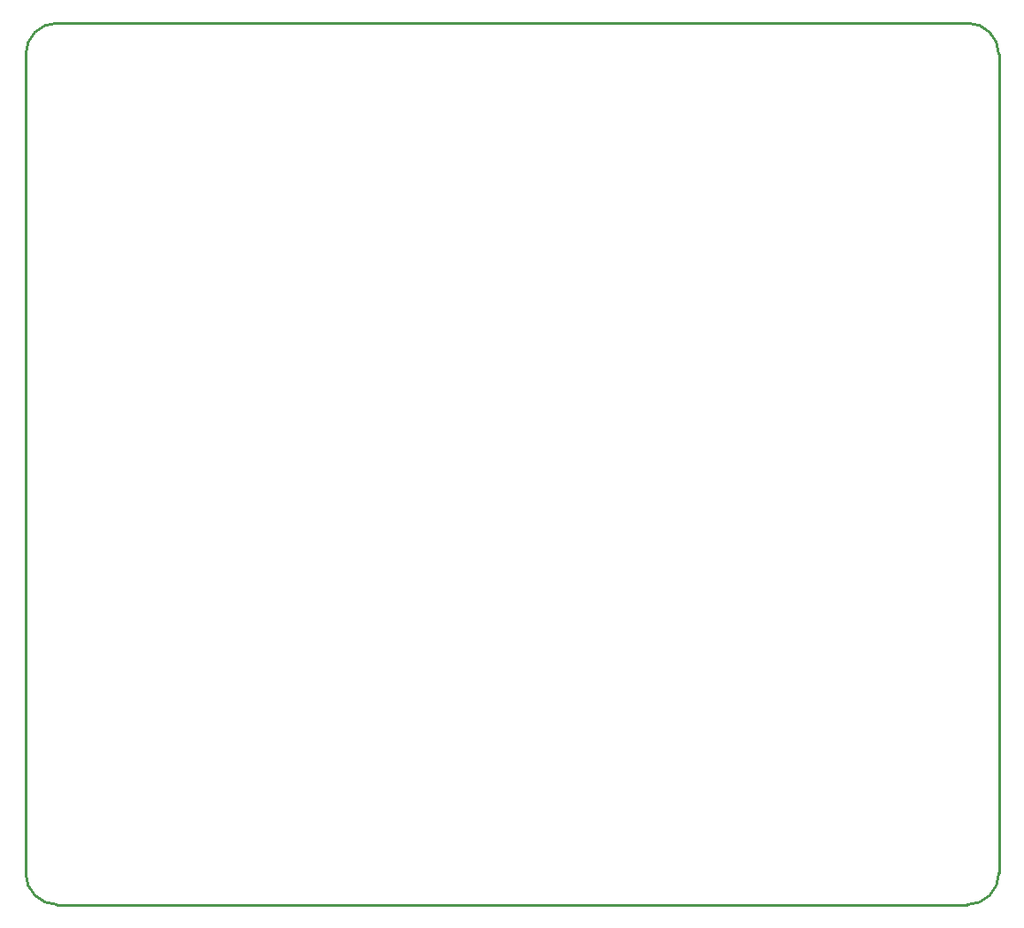
<source format=gbr>
%TF.GenerationSoftware,KiCad,Pcbnew,7.0.1*%
%TF.CreationDate,2024-06-21T04:11:25+03:00*%
%TF.ProjectId,_____ GDI,1f3b3042-3020-4474-9449-2e6b69636164,rev?*%
%TF.SameCoordinates,Original*%
%TF.FileFunction,Profile,NP*%
%FSLAX46Y46*%
G04 Gerber Fmt 4.6, Leading zero omitted, Abs format (unit mm)*
G04 Created by KiCad (PCBNEW 7.0.1) date 2024-06-21 04:11:25*
%MOMM*%
%LPD*%
G01*
G04 APERTURE LIST*
%TA.AperFunction,Profile*%
%ADD10C,0.250000*%
%TD*%
G04 APERTURE END LIST*
D10*
X189677305Y-129807588D02*
X189677305Y-51440000D01*
X186677305Y-132807605D02*
G75*
G03*
X189677305Y-129807588I-105J3000105D01*
G01*
X96582695Y-51440000D02*
X96582695Y-129807588D01*
X99582695Y-132807588D02*
X186677305Y-132807588D01*
X99582695Y-48439995D02*
G75*
G03*
X96582695Y-51440000I105J-3000105D01*
G01*
X186677305Y-48440000D02*
X99582695Y-48440000D01*
X96582712Y-129807588D02*
G75*
G03*
X99582695Y-132807588I2999988J-12D01*
G01*
X189677300Y-51440000D02*
G75*
G03*
X186677305Y-48440000I-3000000J0D01*
G01*
M02*

</source>
